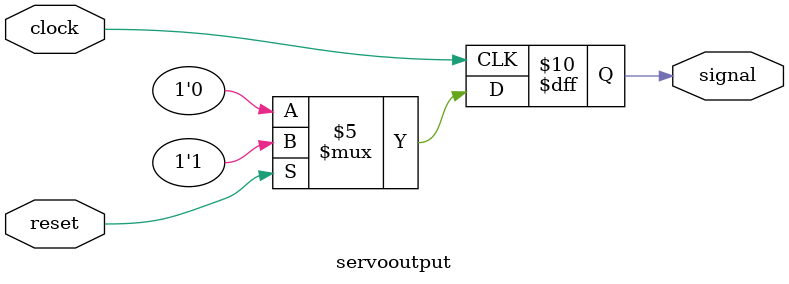
<source format=v>
module servooutput(reset, clock, signal);
    input reset, clock;
    output signal;

    reg count = 0;
    reg signal = 0;

always @(posedge clock) begin           
        if(reset) begin                             //if reset is triggered, set signal to on (1) and reset count
            signal <= 1;
            count <= 0;
        end else begin
            // if(count < 1) begin
            //     count <= count + 1;
            // end else if(count == 1) begin             //if 2 cycles passed, set signal to off (0)
            //     signal <= 0;
            // end
            signal <= 0;
        end
    end

endmodule
</source>
